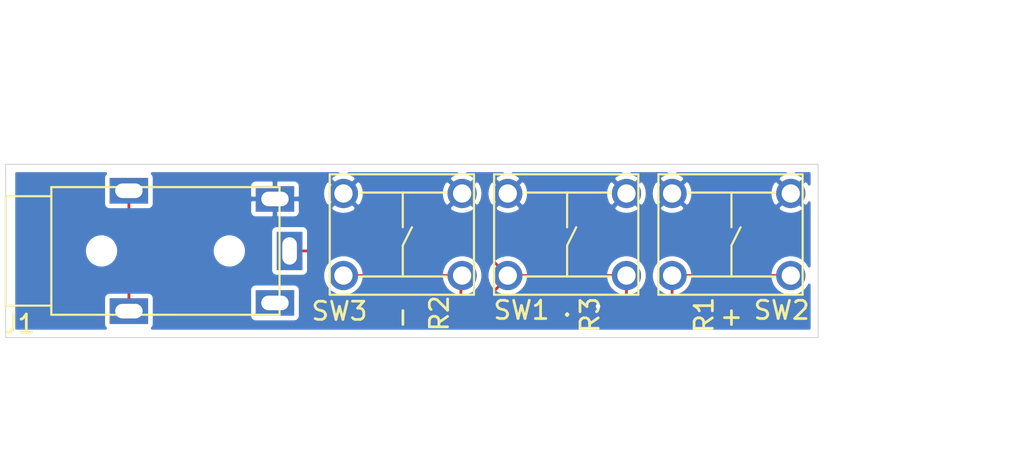
<source format=kicad_pcb>
(kicad_pcb (version 20171130) (host pcbnew 5.1.6)

  (general
    (thickness 1.6)
    (drawings 11)
    (tracks 22)
    (zones 0)
    (modules 7)
    (nets 6)
  )

  (page USLetter)
  (layers
    (0 F.Cu signal)
    (31 B.Cu signal)
    (32 B.Adhes user)
    (33 F.Adhes user)
    (34 B.Paste user)
    (35 F.Paste user)
    (36 B.SilkS user)
    (37 F.SilkS user)
    (38 B.Mask user)
    (39 F.Mask user)
    (40 Dwgs.User user)
    (41 Cmts.User user)
    (42 Eco1.User user)
    (43 Eco2.User user)
    (44 Edge.Cuts user)
    (45 Margin user)
    (46 B.CrtYd user)
    (47 F.CrtYd user)
    (48 B.Fab user hide)
    (49 F.Fab user)
  )

  (setup
    (last_trace_width 0.1524)
    (trace_clearance 0.1524)
    (zone_clearance 0.254)
    (zone_45_only no)
    (trace_min 0.1524)
    (via_size 0.508)
    (via_drill 0.254)
    (via_min_size 0.508)
    (via_min_drill 0.254)
    (uvia_size 0.3)
    (uvia_drill 0.1)
    (uvias_allowed no)
    (uvia_min_size 0.2)
    (uvia_min_drill 0.1)
    (edge_width 0.05)
    (segment_width 0.2)
    (pcb_text_width 0.3)
    (pcb_text_size 1.5 1.5)
    (mod_edge_width 0.12)
    (mod_text_size 1 1)
    (mod_text_width 0.15)
    (pad_size 1.524 1.524)
    (pad_drill 0.762)
    (pad_to_mask_clearance 0.0508)
    (solder_mask_min_width 0.1016)
    (aux_axis_origin 0 0)
    (visible_elements 7FFFFFFF)
    (pcbplotparams
      (layerselection 0x010fc_ffffffff)
      (usegerberextensions false)
      (usegerberattributes false)
      (usegerberadvancedattributes false)
      (creategerberjobfile false)
      (excludeedgelayer true)
      (linewidth 0.100000)
      (plotframeref false)
      (viasonmask false)
      (mode 1)
      (useauxorigin false)
      (hpglpennumber 1)
      (hpglpenspeed 20)
      (hpglpendiameter 15.000000)
      (psnegative false)
      (psa4output false)
      (plotreference true)
      (plotvalue true)
      (plotinvisibletext false)
      (padsonsilk false)
      (subtractmaskfromsilk false)
      (outputformat 1)
      (mirror false)
      (drillshape 1)
      (scaleselection 1)
      (outputdirectory ""))
  )

  (net 0 "")
  (net 1 /MIC)
  (net 2 /GND)
  (net 3 "Net-(R1-Pad1)")
  (net 4 "Net-(R2-Pad1)")
  (net 5 /LEFT)

  (net_class Default "This is the default net class."
    (clearance 0.1524)
    (trace_width 0.1524)
    (via_dia 0.508)
    (via_drill 0.254)
    (uvia_dia 0.3)
    (uvia_drill 0.1)
    (add_net /GND)
    (add_net /LEFT)
    (add_net /MIC)
    (add_net "Net-(R1-Pad1)")
    (add_net "Net-(R2-Pad1)")
  )

  (module Resistor_SMD:R_0402_1005Metric (layer F.Cu) (tedit 5B301BBD) (tstamp 5F27427C)
    (at 146.18 106.05)
    (descr "Resistor SMD 0402 (1005 Metric), square (rectangular) end terminal, IPC_7351 nominal, (Body size source: http://www.tortai-tech.com/upload/download/2011102023233369053.pdf), generated with kicad-footprint-generator")
    (tags resistor)
    (path /5F27B8E6)
    (attr smd)
    (fp_text reference R3 (at -1.93 0.45 90) (layer F.SilkS)
      (effects (font (size 1 1) (thickness 0.15)))
    )
    (fp_text value "2k21Ω ±0.1%" (at -0.13 8.25) (layer F.Fab)
      (effects (font (size 1 1) (thickness 0.15)))
    )
    (fp_line (start -0.5 0.25) (end -0.5 -0.25) (layer F.Fab) (width 0.1))
    (fp_line (start -0.5 -0.25) (end 0.5 -0.25) (layer F.Fab) (width 0.1))
    (fp_line (start 0.5 -0.25) (end 0.5 0.25) (layer F.Fab) (width 0.1))
    (fp_line (start 0.5 0.25) (end -0.5 0.25) (layer F.Fab) (width 0.1))
    (fp_line (start -0.93 0.47) (end -0.93 -0.47) (layer F.CrtYd) (width 0.05))
    (fp_line (start -0.93 -0.47) (end 0.93 -0.47) (layer F.CrtYd) (width 0.05))
    (fp_line (start 0.93 -0.47) (end 0.93 0.47) (layer F.CrtYd) (width 0.05))
    (fp_line (start 0.93 0.47) (end -0.93 0.47) (layer F.CrtYd) (width 0.05))
    (fp_text user %R (at 0 0) (layer F.Fab)
      (effects (font (size 0.25 0.25) (thickness 0.04)))
    )
    (pad 2 smd roundrect (at 0.485 0) (size 0.59 0.64) (layers F.Cu F.Paste F.Mask) (roundrect_rratio 0.25)
      (net 1 /MIC))
    (pad 1 smd roundrect (at -0.485 0) (size 0.59 0.64) (layers F.Cu F.Paste F.Mask) (roundrect_rratio 0.25)
      (net 2 /GND))
    (model ${KISYS3DMOD}/Resistor_SMD.3dshapes/R_0402_1005Metric.wrl
      (at (xyz 0 0 0))
      (scale (xyz 1 1 1))
      (rotate (xyz 0 0 0))
    )
  )

  (module SW-Omron:B3W-6x6mm-NG (layer F.Cu) (tedit 5F261A90) (tstamp 5F26596A)
    (at 134 102.1)
    (descr "6mm x 6mm tactile switch no ground")
    (tags "tactile switch no ground")
    (path /5F24F6DC)
    (fp_text reference SW3 (at -3.47 4.2) (layer F.SilkS)
      (effects (font (size 1 1) (thickness 0.15)))
    )
    (fp_text value C (at -0.1 4.6) (layer F.Fab)
      (effects (font (size 1 1) (thickness 0.15)))
    )
    (fp_line (start -4.2 -3.3) (end 4.2 -3.3) (layer F.CrtYd) (width 0.12))
    (fp_line (start 4.2 -3.3) (end 4.2 3.3) (layer F.CrtYd) (width 0.12))
    (fp_line (start 4.2 3.3) (end -4.2 3.3) (layer F.CrtYd) (width 0.12))
    (fp_line (start -4.2 3.3) (end -4.2 -3.3) (layer F.CrtYd) (width 0.12))
    (fp_line (start -4 -3.3) (end 3.9 -3.3) (layer F.SilkS) (width 0.12))
    (fp_line (start 3.9 -3.3) (end 3.9 3.3) (layer F.SilkS) (width 0.12))
    (fp_line (start 3.9 3.3) (end -4 3.3) (layer F.SilkS) (width 0.12))
    (fp_line (start -4 3.3) (end -4 -3.3) (layer F.SilkS) (width 0.12))
    (fp_line (start -2.4 -2.3) (end 2.4 -2.3) (layer F.SilkS) (width 0.12))
    (fp_line (start 0 -2.3) (end 0 -0.4) (layer F.SilkS) (width 0.12))
    (fp_line (start 0 2.3) (end 0 0.6) (layer F.SilkS) (width 0.12))
    (fp_line (start 2.4 2.3) (end -2.4 2.3) (layer F.SilkS) (width 0.12))
    (fp_line (start 0 0.6) (end 0.5 -0.4) (layer F.SilkS) (width 0.12))
    (pad 2 thru_hole circle (at -3.25 -2.25) (size 1.6 1.6) (drill 1) (layers *.Cu *.Mask)
      (net 2 /GND))
    (pad 2 thru_hole circle (at 3.25 -2.25) (size 1.6 1.6) (drill 1) (layers *.Cu *.Mask)
      (net 2 /GND))
    (pad 1 thru_hole circle (at -3.25 2.25) (size 1.6 1.6) (drill 1) (layers *.Cu *.Mask)
      (net 4 "Net-(R2-Pad1)"))
    (pad 1 thru_hole circle (at 3.25 2.25) (size 1.6 1.6) (drill 1) (layers *.Cu *.Mask)
      (net 4 "Net-(R2-Pad1)"))
    (model ${KISWGITHUB}/SW-Omron.3dshapes/B3W_1022.step
      (at (xyz 0 0 0))
      (scale (xyz 1 1 1))
      (rotate (xyz -90 0 0))
    )
  )

  (module SW-Omron:B3W-6x6mm-NG (layer F.Cu) (tedit 5F261A90) (tstamp 5F265955)
    (at 152 102.1)
    (descr "6mm x 6mm tactile switch no ground")
    (tags "tactile switch no ground")
    (path /5F24EBE2)
    (fp_text reference SW2 (at 2.75 4.15) (layer F.SilkS)
      (effects (font (size 1 1) (thickness 0.15)))
    )
    (fp_text value B (at -0.1 4.6) (layer F.Fab)
      (effects (font (size 1 1) (thickness 0.15)))
    )
    (fp_line (start -4.2 -3.3) (end 4.2 -3.3) (layer F.CrtYd) (width 0.12))
    (fp_line (start 4.2 -3.3) (end 4.2 3.3) (layer F.CrtYd) (width 0.12))
    (fp_line (start 4.2 3.3) (end -4.2 3.3) (layer F.CrtYd) (width 0.12))
    (fp_line (start -4.2 3.3) (end -4.2 -3.3) (layer F.CrtYd) (width 0.12))
    (fp_line (start -4 -3.3) (end 3.9 -3.3) (layer F.SilkS) (width 0.12))
    (fp_line (start 3.9 -3.3) (end 3.9 3.3) (layer F.SilkS) (width 0.12))
    (fp_line (start 3.9 3.3) (end -4 3.3) (layer F.SilkS) (width 0.12))
    (fp_line (start -4 3.3) (end -4 -3.3) (layer F.SilkS) (width 0.12))
    (fp_line (start -2.4 -2.3) (end 2.4 -2.3) (layer F.SilkS) (width 0.12))
    (fp_line (start 0 -2.3) (end 0 -0.4) (layer F.SilkS) (width 0.12))
    (fp_line (start 0 2.3) (end 0 0.6) (layer F.SilkS) (width 0.12))
    (fp_line (start 2.4 2.3) (end -2.4 2.3) (layer F.SilkS) (width 0.12))
    (fp_line (start 0 0.6) (end 0.5 -0.4) (layer F.SilkS) (width 0.12))
    (pad 2 thru_hole circle (at -3.25 -2.25) (size 1.6 1.6) (drill 1) (layers *.Cu *.Mask)
      (net 2 /GND))
    (pad 2 thru_hole circle (at 3.25 -2.25) (size 1.6 1.6) (drill 1) (layers *.Cu *.Mask)
      (net 2 /GND))
    (pad 1 thru_hole circle (at -3.25 2.25) (size 1.6 1.6) (drill 1) (layers *.Cu *.Mask)
      (net 3 "Net-(R1-Pad1)"))
    (pad 1 thru_hole circle (at 3.25 2.25) (size 1.6 1.6) (drill 1) (layers *.Cu *.Mask)
      (net 3 "Net-(R1-Pad1)"))
    (model ${KISWGITHUB}/SW-Omron.3dshapes/B3W_1022.step
      (at (xyz 0 0 0))
      (scale (xyz 1 1 1))
      (rotate (xyz -90 0 0))
    )
  )

  (module SW-Omron:B3W-6x6mm-NG (layer F.Cu) (tedit 5F261A90) (tstamp 5F265940)
    (at 143 102.1)
    (descr "6mm x 6mm tactile switch no ground")
    (tags "tactile switch no ground")
    (path /5F24E03E)
    (fp_text reference SW1 (at -2.5 4.15) (layer F.SilkS)
      (effects (font (size 1 1) (thickness 0.15)))
    )
    (fp_text value A (at -0.1 4.6) (layer F.Fab)
      (effects (font (size 1 1) (thickness 0.15)))
    )
    (fp_line (start -4.2 -3.3) (end 4.2 -3.3) (layer F.CrtYd) (width 0.12))
    (fp_line (start 4.2 -3.3) (end 4.2 3.3) (layer F.CrtYd) (width 0.12))
    (fp_line (start 4.2 3.3) (end -4.2 3.3) (layer F.CrtYd) (width 0.12))
    (fp_line (start -4.2 3.3) (end -4.2 -3.3) (layer F.CrtYd) (width 0.12))
    (fp_line (start -4 -3.3) (end 3.9 -3.3) (layer F.SilkS) (width 0.12))
    (fp_line (start 3.9 -3.3) (end 3.9 3.3) (layer F.SilkS) (width 0.12))
    (fp_line (start 3.9 3.3) (end -4 3.3) (layer F.SilkS) (width 0.12))
    (fp_line (start -4 3.3) (end -4 -3.3) (layer F.SilkS) (width 0.12))
    (fp_line (start -2.4 -2.3) (end 2.4 -2.3) (layer F.SilkS) (width 0.12))
    (fp_line (start 0 -2.3) (end 0 -0.4) (layer F.SilkS) (width 0.12))
    (fp_line (start 0 2.3) (end 0 0.6) (layer F.SilkS) (width 0.12))
    (fp_line (start 2.4 2.3) (end -2.4 2.3) (layer F.SilkS) (width 0.12))
    (fp_line (start 0 0.6) (end 0.5 -0.4) (layer F.SilkS) (width 0.12))
    (pad 2 thru_hole circle (at -3.25 -2.25) (size 1.6 1.6) (drill 1) (layers *.Cu *.Mask)
      (net 2 /GND))
    (pad 2 thru_hole circle (at 3.25 -2.25) (size 1.6 1.6) (drill 1) (layers *.Cu *.Mask)
      (net 2 /GND))
    (pad 1 thru_hole circle (at -3.25 2.25) (size 1.6 1.6) (drill 1) (layers *.Cu *.Mask)
      (net 1 /MIC))
    (pad 1 thru_hole circle (at 3.25 2.25) (size 1.6 1.6) (drill 1) (layers *.Cu *.Mask)
      (net 1 /MIC))
    (model ${KISWGITHUB}/SW-Omron.3dshapes/B3W_1022.step
      (at (xyz 0 0 0))
      (scale (xyz 1 1 1))
      (rotate (xyz -90 0 0))
    )
  )

  (module Resistor_SMD:R_0402_1005Metric (layer F.Cu) (tedit 5B301BBD) (tstamp 5F26591C)
    (at 137.668 106.045)
    (descr "Resistor SMD 0402 (1005 Metric), square (rectangular) end terminal, IPC_7351 nominal, (Body size source: http://www.tortai-tech.com/upload/download/2011102023233369053.pdf), generated with kicad-footprint-generator")
    (tags resistor)
    (path /5F2548F5)
    (attr smd)
    (fp_text reference R2 (at -1.668 0.375 90) (layer F.SilkS)
      (effects (font (size 1 1) (thickness 0.15)))
    )
    (fp_text value "604Ω ±0.1%" (at 0 5.715) (layer F.Fab)
      (effects (font (size 1 1) (thickness 0.15)))
    )
    (fp_line (start -0.5 0.25) (end -0.5 -0.25) (layer F.Fab) (width 0.1))
    (fp_line (start -0.5 -0.25) (end 0.5 -0.25) (layer F.Fab) (width 0.1))
    (fp_line (start 0.5 -0.25) (end 0.5 0.25) (layer F.Fab) (width 0.1))
    (fp_line (start 0.5 0.25) (end -0.5 0.25) (layer F.Fab) (width 0.1))
    (fp_line (start -0.93 0.47) (end -0.93 -0.47) (layer F.CrtYd) (width 0.05))
    (fp_line (start -0.93 -0.47) (end 0.93 -0.47) (layer F.CrtYd) (width 0.05))
    (fp_line (start 0.93 -0.47) (end 0.93 0.47) (layer F.CrtYd) (width 0.05))
    (fp_line (start 0.93 0.47) (end -0.93 0.47) (layer F.CrtYd) (width 0.05))
    (fp_text user %R (at 0 0) (layer F.Fab)
      (effects (font (size 0.25 0.25) (thickness 0.04)))
    )
    (pad 2 smd roundrect (at 0.485 0) (size 0.59 0.64) (layers F.Cu F.Paste F.Mask) (roundrect_rratio 0.25)
      (net 1 /MIC))
    (pad 1 smd roundrect (at -0.485 0) (size 0.59 0.64) (layers F.Cu F.Paste F.Mask) (roundrect_rratio 0.25)
      (net 4 "Net-(R2-Pad1)"))
    (model ${KISYS3DMOD}/Resistor_SMD.3dshapes/R_0402_1005Metric.wrl
      (at (xyz 0 0 0))
      (scale (xyz 1 1 1))
      (rotate (xyz 0 0 0))
    )
  )

  (module Resistor_SMD:R_0402_1005Metric (layer F.Cu) (tedit 5B301BBD) (tstamp 5F26590D)
    (at 148.75 106.03 180)
    (descr "Resistor SMD 0402 (1005 Metric), square (rectangular) end terminal, IPC_7351 nominal, (Body size source: http://www.tortai-tech.com/upload/download/2011102023233369053.pdf), generated with kicad-footprint-generator")
    (tags resistor)
    (path /5F254652)
    (attr smd)
    (fp_text reference R1 (at -1.75 -0.47 90) (layer F.SilkS)
      (effects (font (size 1 1) (thickness 0.15)))
    )
    (fp_text value "267Ω ±0.1%" (at 0.16 -3.19) (layer F.Fab)
      (effects (font (size 1 1) (thickness 0.15)))
    )
    (fp_line (start -0.5 0.25) (end -0.5 -0.25) (layer F.Fab) (width 0.1))
    (fp_line (start -0.5 -0.25) (end 0.5 -0.25) (layer F.Fab) (width 0.1))
    (fp_line (start 0.5 -0.25) (end 0.5 0.25) (layer F.Fab) (width 0.1))
    (fp_line (start 0.5 0.25) (end -0.5 0.25) (layer F.Fab) (width 0.1))
    (fp_line (start -0.93 0.47) (end -0.93 -0.47) (layer F.CrtYd) (width 0.05))
    (fp_line (start -0.93 -0.47) (end 0.93 -0.47) (layer F.CrtYd) (width 0.05))
    (fp_line (start 0.93 -0.47) (end 0.93 0.47) (layer F.CrtYd) (width 0.05))
    (fp_line (start 0.93 0.47) (end -0.93 0.47) (layer F.CrtYd) (width 0.05))
    (fp_text user %R (at 0 0) (layer F.Fab)
      (effects (font (size 0.25 0.25) (thickness 0.04)))
    )
    (pad 2 smd roundrect (at 0.485 0 180) (size 0.59 0.64) (layers F.Cu F.Paste F.Mask) (roundrect_rratio 0.25)
      (net 1 /MIC))
    (pad 1 smd roundrect (at -0.485 0 180) (size 0.59 0.64) (layers F.Cu F.Paste F.Mask) (roundrect_rratio 0.25)
      (net 3 "Net-(R1-Pad1)"))
    (model ${KISYS3DMOD}/Resistor_SMD.3dshapes/R_0402_1005Metric.wrl
      (at (xyz 0 0 0))
      (scale (xyz 1 1 1))
      (rotate (xyz 0 0 0))
    )
  )

  (module SW-Tensility:54-00174 (layer F.Cu) (tedit 5F260E5E) (tstamp 5F2658DE)
    (at 121 103)
    (descr "Connector, 4C audio jack")
    (tags "Connector, 4C audio jack")
    (path /5F25DFB2)
    (fp_text reference J1 (at -8 4) (layer F.SilkS)
      (effects (font (size 1 1) (thickness 0.15)))
    )
    (fp_text value AudioJack4 (at -0.1 -6.4) (layer F.Fab)
      (effects (font (size 1 1) (thickness 0.15)))
    )
    (fp_line (start -6.25 -3.5) (end -6.25 3.5) (layer F.SilkS) (width 0.12))
    (fp_line (start -6.25 -3.5) (end 6.25 -3.5) (layer F.SilkS) (width 0.12))
    (fp_line (start -6.25 3.5) (end 6.25 3.5) (layer F.SilkS) (width 0.12))
    (fp_line (start 6.25 -3.5) (end 6.25 3.5) (layer F.SilkS) (width 0.12))
    (fp_line (start -8.75 -3) (end -8.75 3) (layer F.SilkS) (width 0.12))
    (fp_line (start -8.75 -3) (end -6.25 -3) (layer F.SilkS) (width 0.12))
    (fp_line (start -8.75 3) (end -6.25 3) (layer F.SilkS) (width 0.12))
    (fp_line (start -9 -4.2) (end 7.7 -4.2) (layer F.CrtYd) (width 0.12))
    (fp_line (start 7.7 -4.2) (end 7.7 4.2) (layer F.CrtYd) (width 0.12))
    (fp_line (start 7.7 4.2) (end -9 4.2) (layer F.CrtYd) (width 0.12))
    (fp_line (start -9 4.2) (end -9 -4.2) (layer F.CrtYd) (width 0.12))
    (pad T thru_hole rect (at -2 3.3 180) (size 2.1 1.4) (drill oval 1.5 0.8) (layers *.Cu *.Mask)
      (net 5 /LEFT))
    (pad T thru_hole rect (at -2 -3.3 180) (size 2.1 1.4) (drill oval 1.5 0.8) (layers *.Cu *.Mask)
      (net 5 /LEFT))
    (pad R1 thru_hole rect (at 6 2.85 180) (size 2.1 1.4) (drill oval 1.5 0.8) (layers *.Cu *.Mask))
    (pad R2 thru_hole rect (at 6 -2.85 180) (size 2.1 1.4) (drill oval 1.5 0.8) (layers *.Cu *.Mask)
      (net 2 /GND))
    (pad S thru_hole rect (at 6.8 0 90) (size 2.1 1.4) (drill oval 1.5 0.8) (layers *.Cu *.Mask)
      (net 1 /MIC))
    (pad "" np_thru_hole circle (at 3.5 0) (size 1.2 1.2) (drill 1.2) (layers *.Cu *.Mask))
    (pad "" np_thru_hole circle (at -3.5 0) (size 1.2 1.2) (drill 1.2) (layers *.Cu *.Mask))
    (model ${KISWGITHUB}/SW-Tensility.3dshapes/54-00174.STEP
      (offset (xyz 12.5 3 -5))
      (scale (xyz 1 1 1))
      (rotate (xyz -90 0 90))
    )
  )

  (dimension 44.5 (width 0.12) (layer Cmts.User)
    (gr_text "1.751968504 in" (at 134.5 93.23) (layer Cmts.User)
      (effects (font (size 1 1) (thickness 0.15)))
    )
    (feature1 (pts (xy 156.75 98.25) (xy 156.75 93.913579)))
    (feature2 (pts (xy 112.25 98.25) (xy 112.25 93.913579)))
    (crossbar (pts (xy 112.25 94.5) (xy 156.75 94.5)))
    (arrow1a (pts (xy 156.75 94.5) (xy 155.623496 95.086421)))
    (arrow1b (pts (xy 156.75 94.5) (xy 155.623496 93.913579)))
    (arrow2a (pts (xy 112.25 94.5) (xy 113.376504 95.086421)))
    (arrow2b (pts (xy 112.25 94.5) (xy 113.376504 93.913579)))
  )
  (dimension 9.5 (width 0.12) (layer Cmts.User)
    (gr_text "0.3740 in" (at 166.63 103 270) (layer Cmts.User)
      (effects (font (size 1 1) (thickness 0.15)))
    )
    (feature1 (pts (xy 156.75 107.75) (xy 165.946421 107.75)))
    (feature2 (pts (xy 156.75 98.25) (xy 165.946421 98.25)))
    (crossbar (pts (xy 165.36 98.25) (xy 165.36 107.75)))
    (arrow1a (pts (xy 165.36 107.75) (xy 164.773579 106.623496)))
    (arrow1b (pts (xy 165.36 107.75) (xy 165.946421 106.623496)))
    (arrow2a (pts (xy 165.36 98.25) (xy 164.773579 99.376504)))
    (arrow2b (pts (xy 165.36 98.25) (xy 165.946421 99.376504)))
  )
  (dimension 44.5 (width 0.12) (layer Cmts.User)
    (gr_text "44.500 mm" (at 134.5 89.97) (layer Cmts.User)
      (effects (font (size 1 1) (thickness 0.15)))
    )
    (feature1 (pts (xy 156.75 98.25) (xy 156.75 90.653579)))
    (feature2 (pts (xy 112.25 98.25) (xy 112.25 90.653579)))
    (crossbar (pts (xy 112.25 91.24) (xy 156.75 91.24)))
    (arrow1a (pts (xy 156.75 91.24) (xy 155.623496 91.826421)))
    (arrow1b (pts (xy 156.75 91.24) (xy 155.623496 90.653579)))
    (arrow2a (pts (xy 112.25 91.24) (xy 113.376504 91.826421)))
    (arrow2b (pts (xy 112.25 91.24) (xy 113.376504 90.653579)))
  )
  (dimension 9.5 (width 0.12) (layer Cmts.User)
    (gr_text "9.500 mm" (at 162.05 103 270) (layer Cmts.User)
      (effects (font (size 1 1) (thickness 0.15)))
    )
    (feature1 (pts (xy 156.75 107.75) (xy 161.366421 107.75)))
    (feature2 (pts (xy 156.75 98.25) (xy 161.366421 98.25)))
    (crossbar (pts (xy 160.78 98.25) (xy 160.78 107.75)))
    (arrow1a (pts (xy 160.78 107.75) (xy 160.193579 106.623496)))
    (arrow1b (pts (xy 160.78 107.75) (xy 161.366421 106.623496)))
    (arrow2a (pts (xy 160.78 98.25) (xy 160.193579 99.376504)))
    (arrow2b (pts (xy 160.78 98.25) (xy 161.366421 99.376504)))
  )
  (gr_line (start 112.25 107.75) (end 112.25 98.25) (layer Edge.Cuts) (width 0.05) (tstamp 5F266402))
  (gr_line (start 156.75 107.75) (end 112.25 107.75) (layer Edge.Cuts) (width 0.05))
  (gr_line (start 156.75 98.25) (end 156.75 107.75) (layer Edge.Cuts) (width 0.05))
  (gr_line (start 112.25 98.25) (end 156.75 98.25) (layer Edge.Cuts) (width 0.05))
  (gr_text + (at 152 106.582499) (layer F.SilkS)
    (effects (font (size 1 1) (thickness 0.15)))
  )
  (gr_text . (at 143 106.082499) (layer F.SilkS)
    (effects (font (size 1 1) (thickness 0.15)))
  )
  (gr_text - (at 133.9325 106.65 90) (layer F.SilkS) (tstamp 5F26644A)
    (effects (font (size 1 1) (thickness 0.15)))
  )

  (segment (start 138.4 103) (end 139.75 104.35) (width 0.1524) (layer F.Cu) (net 1))
  (segment (start 127.8 103) (end 138.4 103) (width 0.1524) (layer F.Cu) (net 1))
  (segment (start 140.88137 104.35) (end 146.25 104.35) (width 0.1524) (layer F.Cu) (net 1))
  (segment (start 139.75 104.35) (end 140.88137 104.35) (width 0.1524) (layer F.Cu) (net 1))
  (segment (start 139.75 104.448) (end 139.75 104.35) (width 0.1524) (layer F.Cu) (net 1))
  (segment (start 138.153 106.045) (end 139.75 104.448) (width 0.1524) (layer F.Cu) (net 1))
  (segment (start 146.25 105.635) (end 146.665 106.05) (width 0.1524) (layer F.Cu) (net 1))
  (segment (start 146.25 104.35) (end 146.25 105.635) (width 0.1524) (layer F.Cu) (net 1))
  (segment (start 148.245 106.05) (end 148.265 106.03) (width 0.1524) (layer F.Cu) (net 1))
  (segment (start 146.665 106.05) (end 148.245 106.05) (width 0.1524) (layer F.Cu) (net 1))
  (via (at 144.69 106.04) (size 0.508) (drill 0.254) (layers F.Cu B.Cu) (net 2))
  (segment (start 145.695 106.05) (end 144.7 106.05) (width 0.1524) (layer F.Cu) (net 2))
  (segment (start 144.7 106.05) (end 144.69 106.04) (width 0.1524) (layer F.Cu) (net 2))
  (segment (start 148.75 104.35) (end 155.25 104.35) (width 0.1524) (layer F.Cu) (net 3))
  (segment (start 148.75 105.545) (end 149.235 106.03) (width 0.1524) (layer F.Cu) (net 3))
  (segment (start 148.75 104.35) (end 148.75 105.545) (width 0.1524) (layer F.Cu) (net 3))
  (segment (start 131.88137 104.35) (end 137.25 104.35) (width 0.1524) (layer F.Cu) (net 4))
  (segment (start 130.75 104.35) (end 131.88137 104.35) (width 0.1524) (layer F.Cu) (net 4))
  (segment (start 137.183 104.417) (end 137.25 104.35) (width 0.1524) (layer F.Cu) (net 4))
  (segment (start 137.183 106.045) (end 137.183 104.417) (width 0.1524) (layer F.Cu) (net 4))
  (segment (start 119 106.3) (end 119 105.4476) (width 0.1524) (layer F.Cu) (net 5))
  (segment (start 119 105.4476) (end 119 99.7) (width 0.1524) (layer F.Cu) (net 5))

  (zone (net 0) (net_name "") (layers F&B.Cu) (tstamp 5F4A7A6D) (hatch edge 0.508)
    (connect_pads (clearance 0.508))
    (min_thickness 0.254)
    (keepout (tracks not_allowed) (vias not_allowed) (copperpour not_allowed))
    (fill (arc_segments 32) (thermal_gap 0.508) (thermal_bridge_width 0.508))
    (polygon
      (pts
        (xy 156.75 107.75) (xy 112.25 107.75) (xy 112.25 98.25) (xy 156.75 98.25)
      )
    )
    (polygon
      (pts
        (xy 112.776 98.679) (xy 112.776 107.315) (xy 156.337 107.315) (xy 156.337 98.679)
      )
    )
  )
  (zone (net 2) (net_name /GND) (layer B.Cu) (tstamp 0) (hatch edge 0.508)
    (connect_pads (clearance 0.254))
    (min_thickness 0.1524)
    (fill yes (arc_segments 32) (thermal_gap 0.254) (thermal_bridge_width 0.254))
    (polygon
      (pts
        (xy 112.25 98.25) (xy 112.25 107.75) (xy 156.75 107.75) (xy 156.75 98.25)
      )
    )
    (filled_polygon
      (pts
        (xy 117.715384 98.765384) (xy 117.674121 98.815663) (xy 117.64346 98.873027) (xy 117.624578 98.93527) (xy 117.618203 99)
        (xy 117.618203 100.4) (xy 117.624578 100.46473) (xy 117.64346 100.526973) (xy 117.674121 100.584337) (xy 117.715384 100.634616)
        (xy 117.765663 100.675879) (xy 117.823027 100.70654) (xy 117.88527 100.725422) (xy 117.95 100.731797) (xy 120.05 100.731797)
        (xy 120.11473 100.725422) (xy 120.176973 100.70654) (xy 120.234337 100.675879) (xy 120.284616 100.634616) (xy 120.325879 100.584337)
        (xy 120.35654 100.526973) (xy 120.375422 100.46473) (xy 120.381797 100.4) (xy 120.381797 99.45) (xy 125.618202 99.45)
        (xy 125.6198 100.01665) (xy 125.70235 100.0992) (xy 126.9492 100.0992) (xy 126.9492 99.20235) (xy 127.0508 99.20235)
        (xy 127.0508 100.0992) (xy 128.29765 100.0992) (xy 128.3802 100.01665) (xy 128.380652 99.856219) (xy 129.614349 99.856219)
        (xy 129.637384 100.077654) (xy 129.703176 100.29034) (xy 129.802285 100.475763) (xy 129.970278 100.55788) (xy 130.678158 99.85)
        (xy 130.821842 99.85) (xy 131.529722 100.55788) (xy 131.697715 100.475763) (xy 131.801585 100.278849) (xy 131.865043 100.065455)
        (xy 131.884494 99.856219) (xy 136.114349 99.856219) (xy 136.137384 100.077654) (xy 136.203176 100.29034) (xy 136.302285 100.475763)
        (xy 136.470278 100.55788) (xy 137.178158 99.85) (xy 137.321842 99.85) (xy 138.029722 100.55788) (xy 138.197715 100.475763)
        (xy 138.301585 100.278849) (xy 138.365043 100.065455) (xy 138.384494 99.856219) (xy 138.614349 99.856219) (xy 138.637384 100.077654)
        (xy 138.703176 100.29034) (xy 138.802285 100.475763) (xy 138.970278 100.55788) (xy 139.678158 99.85) (xy 139.821842 99.85)
        (xy 140.529722 100.55788) (xy 140.697715 100.475763) (xy 140.801585 100.278849) (xy 140.865043 100.065455) (xy 140.884494 99.856219)
        (xy 145.114349 99.856219) (xy 145.137384 100.077654) (xy 145.203176 100.29034) (xy 145.302285 100.475763) (xy 145.470278 100.55788)
        (xy 146.178158 99.85) (xy 146.321842 99.85) (xy 147.029722 100.55788) (xy 147.197715 100.475763) (xy 147.301585 100.278849)
        (xy 147.365043 100.065455) (xy 147.384494 99.856219) (xy 147.614349 99.856219) (xy 147.637384 100.077654) (xy 147.703176 100.29034)
        (xy 147.802285 100.475763) (xy 147.970278 100.55788) (xy 148.678158 99.85) (xy 148.821842 99.85) (xy 149.529722 100.55788)
        (xy 149.697715 100.475763) (xy 149.801585 100.278849) (xy 149.865043 100.065455) (xy 149.884494 99.856219) (xy 154.114349 99.856219)
        (xy 154.137384 100.077654) (xy 154.203176 100.29034) (xy 154.302285 100.475763) (xy 154.470278 100.55788) (xy 155.178158 99.85)
        (xy 154.470278 99.14212) (xy 154.302285 99.224237) (xy 154.198415 99.421151) (xy 154.134957 99.634545) (xy 154.114349 99.856219)
        (xy 149.884494 99.856219) (xy 149.885651 99.843781) (xy 149.862616 99.622346) (xy 149.796824 99.40966) (xy 149.697715 99.224237)
        (xy 149.529722 99.14212) (xy 148.821842 99.85) (xy 148.678158 99.85) (xy 147.970278 99.14212) (xy 147.802285 99.224237)
        (xy 147.698415 99.421151) (xy 147.634957 99.634545) (xy 147.614349 99.856219) (xy 147.384494 99.856219) (xy 147.385651 99.843781)
        (xy 147.362616 99.622346) (xy 147.296824 99.40966) (xy 147.197715 99.224237) (xy 147.029722 99.14212) (xy 146.321842 99.85)
        (xy 146.178158 99.85) (xy 145.470278 99.14212) (xy 145.302285 99.224237) (xy 145.198415 99.421151) (xy 145.134957 99.634545)
        (xy 145.114349 99.856219) (xy 140.884494 99.856219) (xy 140.885651 99.843781) (xy 140.862616 99.622346) (xy 140.796824 99.40966)
        (xy 140.697715 99.224237) (xy 140.529722 99.14212) (xy 139.821842 99.85) (xy 139.678158 99.85) (xy 138.970278 99.14212)
        (xy 138.802285 99.224237) (xy 138.698415 99.421151) (xy 138.634957 99.634545) (xy 138.614349 99.856219) (xy 138.384494 99.856219)
        (xy 138.385651 99.843781) (xy 138.362616 99.622346) (xy 138.296824 99.40966) (xy 138.197715 99.224237) (xy 138.029722 99.14212)
        (xy 137.321842 99.85) (xy 137.178158 99.85) (xy 136.470278 99.14212) (xy 136.302285 99.224237) (xy 136.198415 99.421151)
        (xy 136.134957 99.634545) (xy 136.114349 99.856219) (xy 131.884494 99.856219) (xy 131.885651 99.843781) (xy 131.862616 99.622346)
        (xy 131.796824 99.40966) (xy 131.697715 99.224237) (xy 131.529722 99.14212) (xy 130.821842 99.85) (xy 130.678158 99.85)
        (xy 129.970278 99.14212) (xy 129.802285 99.224237) (xy 129.698415 99.421151) (xy 129.634957 99.634545) (xy 129.614349 99.856219)
        (xy 128.380652 99.856219) (xy 128.381798 99.45) (xy 128.375423 99.385269) (xy 128.356541 99.323026) (xy 128.32588 99.265663)
        (xy 128.284617 99.215383) (xy 128.234337 99.17412) (xy 128.176974 99.143459) (xy 128.114731 99.124577) (xy 128.05 99.118202)
        (xy 127.13335 99.1198) (xy 127.0508 99.20235) (xy 126.9492 99.20235) (xy 126.86665 99.1198) (xy 125.95 99.118202)
        (xy 125.885269 99.124577) (xy 125.823026 99.143459) (xy 125.765663 99.17412) (xy 125.715383 99.215383) (xy 125.67412 99.265663)
        (xy 125.643459 99.323026) (xy 125.624577 99.385269) (xy 125.618202 99.45) (xy 120.381797 99.45) (xy 120.381797 99)
        (xy 120.375422 98.93527) (xy 120.35654 98.873027) (xy 120.325879 98.815663) (xy 120.284616 98.765384) (xy 120.272207 98.7552)
        (xy 130.464752 98.7552) (xy 130.30966 98.803176) (xy 130.124237 98.902285) (xy 130.04212 99.070278) (xy 130.75 99.778158)
        (xy 131.45788 99.070278) (xy 131.375763 98.902285) (xy 131.178849 98.798415) (xy 131.033527 98.7552) (xy 136.964752 98.7552)
        (xy 136.80966 98.803176) (xy 136.624237 98.902285) (xy 136.54212 99.070278) (xy 137.25 99.778158) (xy 137.95788 99.070278)
        (xy 137.875763 98.902285) (xy 137.678849 98.798415) (xy 137.533527 98.7552) (xy 139.464752 98.7552) (xy 139.30966 98.803176)
        (xy 139.124237 98.902285) (xy 139.04212 99.070278) (xy 139.75 99.778158) (xy 140.45788 99.070278) (xy 140.375763 98.902285)
        (xy 140.178849 98.798415) (xy 140.033527 98.7552) (xy 145.964752 98.7552) (xy 145.80966 98.803176) (xy 145.624237 98.902285)
        (xy 145.54212 99.070278) (xy 146.25 99.778158) (xy 146.95788 99.070278) (xy 146.875763 98.902285) (xy 146.678849 98.798415)
        (xy 146.533527 98.7552) (xy 148.464752 98.7552) (xy 148.30966 98.803176) (xy 148.124237 98.902285) (xy 148.04212 99.070278)
        (xy 148.75 99.778158) (xy 149.45788 99.070278) (xy 149.375763 98.902285) (xy 149.178849 98.798415) (xy 149.033527 98.7552)
        (xy 154.964752 98.7552) (xy 154.80966 98.803176) (xy 154.624237 98.902285) (xy 154.54212 99.070278) (xy 155.25 99.778158)
        (xy 155.95788 99.070278) (xy 155.875763 98.902285) (xy 155.678849 98.798415) (xy 155.533527 98.7552) (xy 156.2608 98.7552)
        (xy 156.2608 99.342263) (xy 156.197715 99.224237) (xy 156.029722 99.14212) (xy 155.321842 99.85) (xy 156.029722 100.55788)
        (xy 156.197715 100.475763) (xy 156.2608 100.356168) (xy 156.2608 103.83693) (xy 156.251571 103.814649) (xy 156.127884 103.629539)
        (xy 155.970461 103.472116) (xy 155.785351 103.348429) (xy 155.579667 103.263233) (xy 155.361315 103.2198) (xy 155.138685 103.2198)
        (xy 154.920333 103.263233) (xy 154.714649 103.348429) (xy 154.529539 103.472116) (xy 154.372116 103.629539) (xy 154.248429 103.814649)
        (xy 154.163233 104.020333) (xy 154.1198 104.238685) (xy 154.1198 104.461315) (xy 154.163233 104.679667) (xy 154.248429 104.885351)
        (xy 154.372116 105.070461) (xy 154.529539 105.227884) (xy 154.714649 105.351571) (xy 154.920333 105.436767) (xy 155.138685 105.4802)
        (xy 155.361315 105.4802) (xy 155.579667 105.436767) (xy 155.785351 105.351571) (xy 155.970461 105.227884) (xy 156.127884 105.070461)
        (xy 156.251571 104.885351) (xy 156.2608 104.86307) (xy 156.2608 107.2388) (xy 120.279518 107.2388) (xy 120.284616 107.234616)
        (xy 120.325879 107.184337) (xy 120.35654 107.126973) (xy 120.375422 107.06473) (xy 120.381797 107) (xy 120.381797 105.6)
        (xy 120.375422 105.53527) (xy 120.35654 105.473027) (xy 120.325879 105.415663) (xy 120.284616 105.365384) (xy 120.234337 105.324121)
        (xy 120.176973 105.29346) (xy 120.11473 105.274578) (xy 120.05 105.268203) (xy 117.95 105.268203) (xy 117.88527 105.274578)
        (xy 117.823027 105.29346) (xy 117.765663 105.324121) (xy 117.715384 105.365384) (xy 117.674121 105.415663) (xy 117.64346 105.473027)
        (xy 117.624578 105.53527) (xy 117.618203 105.6) (xy 117.618203 107) (xy 117.624578 107.06473) (xy 117.64346 107.126973)
        (xy 117.674121 107.184337) (xy 117.715384 107.234616) (xy 117.720482 107.2388) (xy 112.8522 107.2388) (xy 112.8522 105.15)
        (xy 125.618203 105.15) (xy 125.618203 106.55) (xy 125.624578 106.61473) (xy 125.64346 106.676973) (xy 125.674121 106.734337)
        (xy 125.715384 106.784616) (xy 125.765663 106.825879) (xy 125.823027 106.85654) (xy 125.88527 106.875422) (xy 125.95 106.881797)
        (xy 128.05 106.881797) (xy 128.11473 106.875422) (xy 128.176973 106.85654) (xy 128.234337 106.825879) (xy 128.284616 106.784616)
        (xy 128.325879 106.734337) (xy 128.35654 106.676973) (xy 128.375422 106.61473) (xy 128.381797 106.55) (xy 128.381797 105.15)
        (xy 128.375422 105.08527) (xy 128.35654 105.023027) (xy 128.325879 104.965663) (xy 128.284616 104.915384) (xy 128.234337 104.874121)
        (xy 128.176973 104.84346) (xy 128.11473 104.824578) (xy 128.05 104.818203) (xy 125.95 104.818203) (xy 125.88527 104.824578)
        (xy 125.823027 104.84346) (xy 125.765663 104.874121) (xy 125.715384 104.915384) (xy 125.674121 104.965663) (xy 125.64346 105.023027)
        (xy 125.624578 105.08527) (xy 125.618203 105.15) (xy 112.8522 105.15) (xy 112.8522 102.908383) (xy 116.5698 102.908383)
        (xy 116.5698 103.091617) (xy 116.605547 103.271329) (xy 116.675667 103.440615) (xy 116.777466 103.592968) (xy 116.907032 103.722534)
        (xy 117.059385 103.824333) (xy 117.228671 103.894453) (xy 117.408383 103.9302) (xy 117.591617 103.9302) (xy 117.771329 103.894453)
        (xy 117.940615 103.824333) (xy 118.092968 103.722534) (xy 118.222534 103.592968) (xy 118.324333 103.440615) (xy 118.394453 103.271329)
        (xy 118.4302 103.091617) (xy 118.4302 102.908383) (xy 123.5698 102.908383) (xy 123.5698 103.091617) (xy 123.605547 103.271329)
        (xy 123.675667 103.440615) (xy 123.777466 103.592968) (xy 123.907032 103.722534) (xy 124.059385 103.824333) (xy 124.228671 103.894453)
        (xy 124.408383 103.9302) (xy 124.591617 103.9302) (xy 124.771329 103.894453) (xy 124.940615 103.824333) (xy 125.092968 103.722534)
        (xy 125.222534 103.592968) (xy 125.324333 103.440615) (xy 125.394453 103.271329) (xy 125.4302 103.091617) (xy 125.4302 102.908383)
        (xy 125.394453 102.728671) (xy 125.324333 102.559385) (xy 125.222534 102.407032) (xy 125.092968 102.277466) (xy 124.940615 102.175667)
        (xy 124.771329 102.105547) (xy 124.591617 102.0698) (xy 124.408383 102.0698) (xy 124.228671 102.105547) (xy 124.059385 102.175667)
        (xy 123.907032 102.277466) (xy 123.777466 102.407032) (xy 123.675667 102.559385) (xy 123.605547 102.728671) (xy 123.5698 102.908383)
        (xy 118.4302 102.908383) (xy 118.394453 102.728671) (xy 118.324333 102.559385) (xy 118.222534 102.407032) (xy 118.092968 102.277466)
        (xy 117.940615 102.175667) (xy 117.771329 102.105547) (xy 117.591617 102.0698) (xy 117.408383 102.0698) (xy 117.228671 102.105547)
        (xy 117.059385 102.175667) (xy 116.907032 102.277466) (xy 116.777466 102.407032) (xy 116.675667 102.559385) (xy 116.605547 102.728671)
        (xy 116.5698 102.908383) (xy 112.8522 102.908383) (xy 112.8522 101.95) (xy 126.768203 101.95) (xy 126.768203 104.05)
        (xy 126.774578 104.11473) (xy 126.79346 104.176973) (xy 126.824121 104.234337) (xy 126.865384 104.284616) (xy 126.915663 104.325879)
        (xy 126.973027 104.35654) (xy 127.03527 104.375422) (xy 127.1 104.381797) (xy 128.5 104.381797) (xy 128.56473 104.375422)
        (xy 128.626973 104.35654) (xy 128.684337 104.325879) (xy 128.734616 104.284616) (xy 128.77231 104.238685) (xy 129.6198 104.238685)
        (xy 129.6198 104.461315) (xy 129.663233 104.679667) (xy 129.748429 104.885351) (xy 129.872116 105.070461) (xy 130.029539 105.227884)
        (xy 130.214649 105.351571) (xy 130.420333 105.436767) (xy 130.638685 105.4802) (xy 130.861315 105.4802) (xy 131.079667 105.436767)
        (xy 131.285351 105.351571) (xy 131.470461 105.227884) (xy 131.627884 105.070461) (xy 131.751571 104.885351) (xy 131.836767 104.679667)
        (xy 131.8802 104.461315) (xy 131.8802 104.238685) (xy 136.1198 104.238685) (xy 136.1198 104.461315) (xy 136.163233 104.679667)
        (xy 136.248429 104.885351) (xy 136.372116 105.070461) (xy 136.529539 105.227884) (xy 136.714649 105.351571) (xy 136.920333 105.436767)
        (xy 137.138685 105.4802) (xy 137.361315 105.4802) (xy 137.579667 105.436767) (xy 137.785351 105.351571) (xy 137.970461 105.227884)
        (xy 138.127884 105.070461) (xy 138.251571 104.885351) (xy 138.336767 104.679667) (xy 138.3802 104.461315) (xy 138.3802 104.238685)
        (xy 138.6198 104.238685) (xy 138.6198 104.461315) (xy 138.663233 104.679667) (xy 138.748429 104.885351) (xy 138.872116 105.070461)
        (xy 139.029539 105.227884) (xy 139.214649 105.351571) (xy 139.420333 105.436767) (xy 139.638685 105.4802) (xy 139.861315 105.4802)
        (xy 140.079667 105.436767) (xy 140.285351 105.351571) (xy 140.470461 105.227884) (xy 140.627884 105.070461) (xy 140.751571 104.885351)
        (xy 140.836767 104.679667) (xy 140.8802 104.461315) (xy 140.8802 104.238685) (xy 145.1198 104.238685) (xy 145.1198 104.461315)
        (xy 145.163233 104.679667) (xy 145.248429 104.885351) (xy 145.372116 105.070461) (xy 145.529539 105.227884) (xy 145.714649 105.351571)
        (xy 145.920333 105.436767) (xy 146.138685 105.4802) (xy 146.361315 105.4802) (xy 146.579667 105.436767) (xy 146.785351 105.351571)
        (xy 146.970461 105.227884) (xy 147.127884 105.070461) (xy 147.251571 104.885351) (xy 147.336767 104.679667) (xy 147.3802 104.461315)
        (xy 147.3802 104.238685) (xy 147.6198 104.238685) (xy 147.6198 104.461315) (xy 147.663233 104.679667) (xy 147.748429 104.885351)
        (xy 147.872116 105.070461) (xy 148.029539 105.227884) (xy 148.214649 105.351571) (xy 148.420333 105.436767) (xy 148.638685 105.4802)
        (xy 148.861315 105.4802) (xy 149.079667 105.436767) (xy 149.285351 105.351571) (xy 149.470461 105.227884) (xy 149.627884 105.070461)
        (xy 149.751571 104.885351) (xy 149.836767 104.679667) (xy 149.8802 104.461315) (xy 149.8802 104.238685) (xy 149.836767 104.020333)
        (xy 149.751571 103.814649) (xy 149.627884 103.629539) (xy 149.470461 103.472116) (xy 149.285351 103.348429) (xy 149.079667 103.263233)
        (xy 148.861315 103.2198) (xy 148.638685 103.2198) (xy 148.420333 103.263233) (xy 148.214649 103.348429) (xy 148.029539 103.472116)
        (xy 147.872116 103.629539) (xy 147.748429 103.814649) (xy 147.663233 104.020333) (xy 147.6198 104.238685) (xy 147.3802 104.238685)
        (xy 147.336767 104.020333) (xy 147.251571 103.814649) (xy 147.127884 103.629539) (xy 146.970461 103.472116) (xy 146.785351 103.348429)
        (xy 146.579667 103.263233) (xy 146.361315 103.2198) (xy 146.138685 103.2198) (xy 145.920333 103.263233) (xy 145.714649 103.348429)
        (xy 145.529539 103.472116) (xy 145.372116 103.629539) (xy 145.248429 103.814649) (xy 145.163233 104.020333) (xy 145.1198 104.238685)
        (xy 140.8802 104.238685) (xy 140.836767 104.020333) (xy 140.751571 103.814649) (xy 140.627884 103.629539) (xy 140.470461 103.472116)
        (xy 140.285351 103.348429) (xy 140.079667 103.263233) (xy 139.861315 103.2198) (xy 139.638685 103.2198) (xy 139.420333 103.263233)
        (xy 139.214649 103.348429) (xy 139.029539 103.472116) (xy 138.872116 103.629539) (xy 138.748429 103.814649) (xy 138.663233 104.020333)
        (xy 138.6198 104.238685) (xy 138.3802 104.238685) (xy 138.336767 104.020333) (xy 138.251571 103.814649) (xy 138.127884 103.629539)
        (xy 137.970461 103.472116) (xy 137.785351 103.348429) (xy 137.579667 103.263233) (xy 137.361315 103.2198) (xy 137.138685 103.2198)
        (xy 136.920333 103.263233) (xy 136.714649 103.348429) (xy 136.529539 103.472116) (xy 136.372116 103.629539) (xy 136.248429 103.814649)
        (xy 136.163233 104.020333) (xy 136.1198 104.238685) (xy 131.8802 104.238685) (xy 131.836767 104.020333) (xy 131.751571 103.814649)
        (xy 131.627884 103.629539) (xy 131.470461 103.472116) (xy 131.285351 103.348429) (xy 131.079667 103.263233) (xy 130.861315 103.2198)
        (xy 130.638685 103.2198) (xy 130.420333 103.263233) (xy 130.214649 103.348429) (xy 130.029539 103.472116) (xy 129.872116 103.629539)
        (xy 129.748429 103.814649) (xy 129.663233 104.020333) (xy 129.6198 104.238685) (xy 128.77231 104.238685) (xy 128.775879 104.234337)
        (xy 128.80654 104.176973) (xy 128.825422 104.11473) (xy 128.831797 104.05) (xy 128.831797 101.95) (xy 128.825422 101.88527)
        (xy 128.80654 101.823027) (xy 128.775879 101.765663) (xy 128.734616 101.715384) (xy 128.684337 101.674121) (xy 128.626973 101.64346)
        (xy 128.56473 101.624578) (xy 128.5 101.618203) (xy 127.1 101.618203) (xy 127.03527 101.624578) (xy 126.973027 101.64346)
        (xy 126.915663 101.674121) (xy 126.865384 101.715384) (xy 126.824121 101.765663) (xy 126.79346 101.823027) (xy 126.774578 101.88527)
        (xy 126.768203 101.95) (xy 112.8522 101.95) (xy 112.8522 100.85) (xy 125.618202 100.85) (xy 125.624577 100.914731)
        (xy 125.643459 100.976974) (xy 125.67412 101.034337) (xy 125.715383 101.084617) (xy 125.765663 101.12588) (xy 125.823026 101.156541)
        (xy 125.885269 101.175423) (xy 125.95 101.181798) (xy 126.86665 101.1802) (xy 126.9492 101.09765) (xy 126.9492 100.2008)
        (xy 127.0508 100.2008) (xy 127.0508 101.09765) (xy 127.13335 101.1802) (xy 128.05 101.181798) (xy 128.114731 101.175423)
        (xy 128.176974 101.156541) (xy 128.234337 101.12588) (xy 128.284617 101.084617) (xy 128.32588 101.034337) (xy 128.356541 100.976974)
        (xy 128.375423 100.914731) (xy 128.381798 100.85) (xy 128.381177 100.629722) (xy 130.04212 100.629722) (xy 130.124237 100.797715)
        (xy 130.321151 100.901585) (xy 130.534545 100.965043) (xy 130.756219 100.985651) (xy 130.977654 100.962616) (xy 131.19034 100.896824)
        (xy 131.375763 100.797715) (xy 131.45788 100.629722) (xy 136.54212 100.629722) (xy 136.624237 100.797715) (xy 136.821151 100.901585)
        (xy 137.034545 100.965043) (xy 137.256219 100.985651) (xy 137.477654 100.962616) (xy 137.69034 100.896824) (xy 137.875763 100.797715)
        (xy 137.95788 100.629722) (xy 139.04212 100.629722) (xy 139.124237 100.797715) (xy 139.321151 100.901585) (xy 139.534545 100.965043)
        (xy 139.756219 100.985651) (xy 139.977654 100.962616) (xy 140.19034 100.896824) (xy 140.375763 100.797715) (xy 140.45788 100.629722)
        (xy 145.54212 100.629722) (xy 145.624237 100.797715) (xy 145.821151 100.901585) (xy 146.034545 100.965043) (xy 146.256219 100.985651)
        (xy 146.477654 100.962616) (xy 146.69034 100.896824) (xy 146.875763 100.797715) (xy 146.95788 100.629722) (xy 148.04212 100.629722)
        (xy 148.124237 100.797715) (xy 148.321151 100.901585) (xy 148.534545 100.965043) (xy 148.756219 100.985651) (xy 148.977654 100.962616)
        (xy 149.19034 100.896824) (xy 149.375763 100.797715) (xy 149.45788 100.629722) (xy 154.54212 100.629722) (xy 154.624237 100.797715)
        (xy 154.821151 100.901585) (xy 155.034545 100.965043) (xy 155.256219 100.985651) (xy 155.477654 100.962616) (xy 155.69034 100.896824)
        (xy 155.875763 100.797715) (xy 155.95788 100.629722) (xy 155.25 99.921842) (xy 154.54212 100.629722) (xy 149.45788 100.629722)
        (xy 148.75 99.921842) (xy 148.04212 100.629722) (xy 146.95788 100.629722) (xy 146.25 99.921842) (xy 145.54212 100.629722)
        (xy 140.45788 100.629722) (xy 139.75 99.921842) (xy 139.04212 100.629722) (xy 137.95788 100.629722) (xy 137.25 99.921842)
        (xy 136.54212 100.629722) (xy 131.45788 100.629722) (xy 130.75 99.921842) (xy 130.04212 100.629722) (xy 128.381177 100.629722)
        (xy 128.3802 100.28335) (xy 128.29765 100.2008) (xy 127.0508 100.2008) (xy 126.9492 100.2008) (xy 125.70235 100.2008)
        (xy 125.6198 100.28335) (xy 125.618202 100.85) (xy 112.8522 100.85) (xy 112.8522 98.7552) (xy 117.727793 98.7552)
      )
    )
  )
)

</source>
